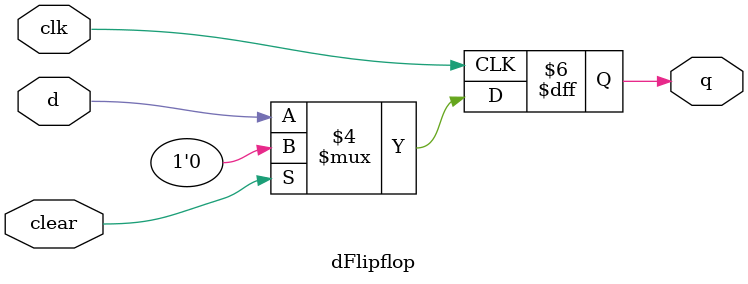
<source format=v>
module dFlipflop(d, clk, q, clear);
input d, clk, clear;
output q;

reg q;

always @(posedge clk) begin
	if (clear == 1) 
		q <= 0;
	else 
		q <= d;
end
endmodule
</source>
